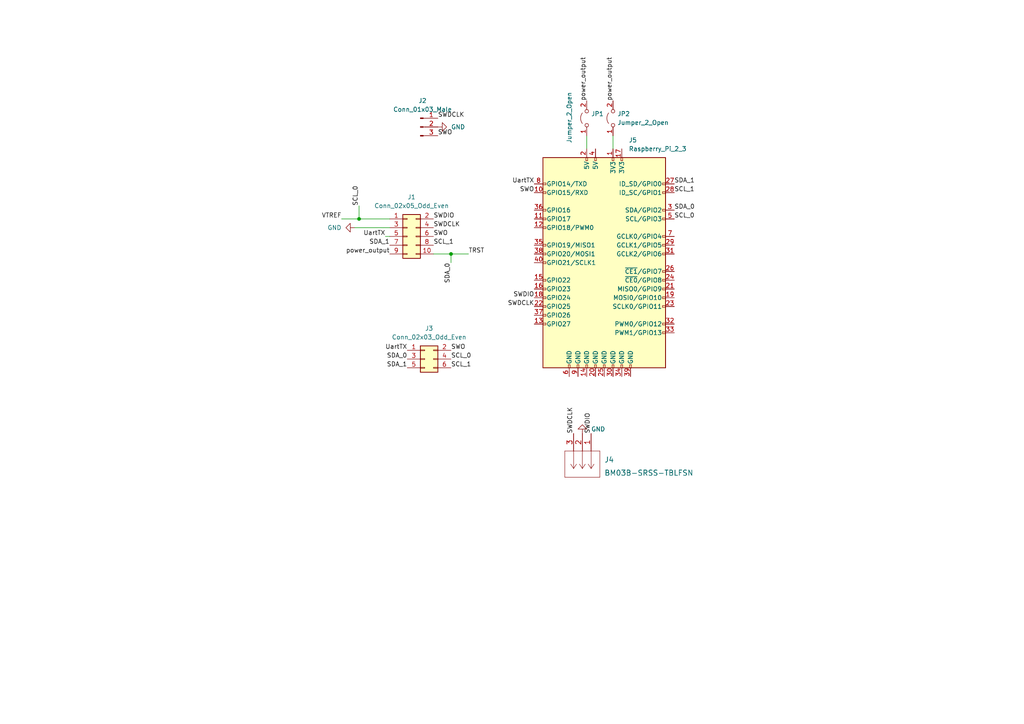
<source format=kicad_sch>
(kicad_sch (version 20211123) (generator eeschema)
  (paper "A4")
  (lib_symbols
    (symbol "Connector:Conn_01x03_Male" (pin_names (offset 1.016) hide)
      (property "Reference" "J" (at 0 5.08 0))
      (property "Value" "Conn_01x03_Male" (at 0 -5.08 0))
      (symbol "Conn_01x03_Male_1_1"
        (polyline (pts (xy 1.27 -2.54) (xy 0.8636 -2.54)) (stroke (width 0.1524)))
        (polyline (pts (xy 1.27 0) (xy 0.8636 0)) (stroke (width 0.1524)))
        (polyline (pts (xy 1.27 2.54) (xy 0.8636 2.54)) (stroke (width 0.1524)))
        (rectangle (start 0.8636 -2.413) (end 0 -2.667) (stroke (width 0.1524)) (fill (type outline)))
        (rectangle (start 0.8636 0.127) (end 0 -0.127) (stroke (width 0.1524)) (fill (type outline)))
        (rectangle (start 0.8636 2.667) (end 0 2.413) (stroke (width 0.1524)) (fill (type outline)))
        (pin passive line (at 5.08 2.54 180) (length 3.81) (name "Pin_1") (number "1"))
        (pin passive line (at 5.08 0 180) (length 3.81) (name "Pin_2") (number "2"))
        (pin passive line (at 5.08 -2.54 180) (length 3.81) (name "Pin_3") (number "3"))
      )
    )
    (symbol "Connector:Raspberry_Pi_2_3" (pin_names (offset 1.016))
      (property "Reference" "J" (at -17.78 31.75 0))
      (property "Value" "Raspberry_Pi_2_3" (at 10.16 -31.75 0))
      (symbol "Raspberry_Pi_2_3_0_1"
        (rectangle (start -17.78 30.48) (end 17.78 -30.48) (stroke (width 0.254)) (fill (type background)))
      )
      (symbol "Raspberry_Pi_2_3_1_1"
        (rectangle (start -16.891 -17.526) (end -17.78 -18.034))
        (rectangle (start -16.891 -14.986) (end -17.78 -15.494))
        (rectangle (start -16.891 -12.446) (end -17.78 -12.954))
        (rectangle (start -16.891 -9.906) (end -17.78 -10.414))
        (rectangle (start -16.891 -7.366) (end -17.78 -7.874))
        (rectangle (start -16.891 -4.826) (end -17.78 -5.334))
        (rectangle (start -16.891 0.254) (end -17.78 -0.254))
        (rectangle (start -16.891 2.794) (end -17.78 2.286))
        (rectangle (start -16.891 5.334) (end -17.78 4.826))
        (rectangle (start -16.891 10.414) (end -17.78 9.906))
        (rectangle (start -16.891 12.954) (end -17.78 12.446))
        (rectangle (start -16.891 15.494) (end -17.78 14.986))
        (rectangle (start -16.891 20.574) (end -17.78 20.066))
        (rectangle (start -16.891 23.114) (end -17.78 22.606))
        (rectangle (start -10.414 -29.591) (end -9.906 -30.48))
        (rectangle (start -7.874 -29.591) (end -7.366 -30.48))
        (rectangle (start -5.334 -29.591) (end -4.826 -30.48))
        (rectangle (start -5.334 30.48) (end -4.826 29.591))
        (rectangle (start -2.794 -29.591) (end -2.286 -30.48))
        (rectangle (start -2.794 30.48) (end -2.286 29.591))
        (rectangle (start -0.254 -29.591) (end 0.254 -30.48))
        (rectangle (start 2.286 -29.591) (end 2.794 -30.48))
        (rectangle (start 2.286 30.48) (end 2.794 29.591))
        (rectangle (start 4.826 -29.591) (end 5.334 -30.48))
        (rectangle (start 4.826 30.48) (end 5.334 29.591))
        (rectangle (start 7.366 -29.591) (end 7.874 -30.48))
        (rectangle (start 17.78 -20.066) (end 16.891 -20.574))
        (rectangle (start 17.78 -17.526) (end 16.891 -18.034))
        (rectangle (start 17.78 -12.446) (end 16.891 -12.954))
        (rectangle (start 17.78 -9.906) (end 16.891 -10.414))
        (rectangle (start 17.78 -7.366) (end 16.891 -7.874))
        (rectangle (start 17.78 -4.826) (end 16.891 -5.334))
        (rectangle (start 17.78 -2.286) (end 16.891 -2.794))
        (rectangle (start 17.78 2.794) (end 16.891 2.286))
        (rectangle (start 17.78 5.334) (end 16.891 4.826))
        (rectangle (start 17.78 7.874) (end 16.891 7.366))
        (rectangle (start 17.78 12.954) (end 16.891 12.446))
        (rectangle (start 17.78 15.494) (end 16.891 14.986))
        (rectangle (start 17.78 20.574) (end 16.891 20.066))
        (rectangle (start 17.78 23.114) (end 16.891 22.606))
        (pin power_in line (at 2.54 33.02 270) (length 2.54) (name "3V3") (number "1"))
        (pin bidirectional line (at -20.32 20.32 0) (length 2.54) (name "GPIO15/RXD") (number "10"))
        (pin bidirectional line (at -20.32 12.7 0) (length 2.54) (name "GPIO17") (number "11"))
        (pin bidirectional line (at -20.32 10.16 0) (length 2.54) (name "GPIO18/PWM0") (number "12"))
        (pin bidirectional line (at -20.32 -17.78 0) (length 2.54) (name "GPIO27") (number "13"))
        (pin power_in line (at -5.08 -33.02 90) (length 2.54) (name "GND") (number "14"))
        (pin bidirectional line (at -20.32 -5.08 0) (length 2.54) (name "GPIO22") (number "15"))
        (pin bidirectional line (at -20.32 -7.62 0) (length 2.54) (name "GPIO23") (number "16"))
        (pin power_in line (at 5.08 33.02 270) (length 2.54) (name "3V3") (number "17"))
        (pin bidirectional line (at -20.32 -10.16 0) (length 2.54) (name "GPIO24") (number "18"))
        (pin bidirectional line (at 20.32 -10.16 180) (length 2.54) (name "MOSI0/GPIO10") (number "19"))
        (pin power_in line (at -5.08 33.02 270) (length 2.54) (name "5V") (number "2"))
        (pin power_in line (at -2.54 -33.02 90) (length 2.54) (name "GND") (number "20"))
        (pin bidirectional line (at 20.32 -7.62 180) (length 2.54) (name "MISO0/GPIO9") (number "21"))
        (pin bidirectional line (at -20.32 -12.7 0) (length 2.54) (name "GPIO25") (number "22"))
        (pin bidirectional line (at 20.32 -12.7 180) (length 2.54) (name "SCLK0/GPIO11") (number "23"))
        (pin bidirectional line (at 20.32 -5.08 180) (length 2.54) (name "~{CE0}/GPIO8") (number "24"))
        (pin power_in line (at 0 -33.02 90) (length 2.54) (name "GND") (number "25"))
        (pin bidirectional line (at 20.32 -2.54 180) (length 2.54) (name "~{CE1}/GPIO7") (number "26"))
        (pin bidirectional line (at 20.32 22.86 180) (length 2.54) (name "ID_SD/GPIO0") (number "27"))
        (pin bidirectional line (at 20.32 20.32 180) (length 2.54) (name "ID_SC/GPIO1") (number "28"))
        (pin bidirectional line (at 20.32 5.08 180) (length 2.54) (name "GCLK1/GPIO5") (number "29"))
        (pin bidirectional line (at 20.32 15.24 180) (length 2.54) (name "SDA/GPIO2") (number "3"))
        (pin power_in line (at 2.54 -33.02 90) (length 2.54) (name "GND") (number "30"))
        (pin bidirectional line (at 20.32 2.54 180) (length 2.54) (name "GCLK2/GPIO6") (number "31"))
        (pin bidirectional line (at 20.32 -17.78 180) (length 2.54) (name "PWM0/GPIO12") (number "32"))
        (pin bidirectional line (at 20.32 -20.32 180) (length 2.54) (name "PWM1/GPIO13") (number "33"))
        (pin power_in line (at 5.08 -33.02 90) (length 2.54) (name "GND") (number "34"))
        (pin bidirectional line (at -20.32 5.08 0) (length 2.54) (name "GPIO19/MISO1") (number "35"))
        (pin bidirectional line (at -20.32 15.24 0) (length 2.54) (name "GPIO16") (number "36"))
        (pin bidirectional line (at -20.32 -15.24 0) (length 2.54) (name "GPIO26") (number "37"))
        (pin bidirectional line (at -20.32 2.54 0) (length 2.54) (name "GPIO20/MOSI1") (number "38"))
        (pin power_in line (at 7.62 -33.02 90) (length 2.54) (name "GND") (number "39"))
        (pin power_in line (at -2.54 33.02 270) (length 2.54) (name "5V") (number "4"))
        (pin bidirectional line (at -20.32 0 0) (length 2.54) (name "GPIO21/SCLK1") (number "40"))
        (pin bidirectional line (at 20.32 12.7 180) (length 2.54) (name "SCL/GPIO3") (number "5"))
        (pin power_in line (at -10.16 -33.02 90) (length 2.54) (name "GND") (number "6"))
        (pin bidirectional line (at 20.32 7.62 180) (length 2.54) (name "GCLK0/GPIO4") (number "7"))
        (pin bidirectional line (at -20.32 22.86 0) (length 2.54) (name "GPIO14/TXD") (number "8"))
        (pin power_in line (at -7.62 -33.02 90) (length 2.54) (name "GND") (number "9"))
      )
    )
    (symbol "Connector_Generic:Conn_02x03_Odd_Even" (pin_names (offset 1.016) hide)
      (property "Reference" "J" (at 1.27 5.08 0))
      (property "Value" "Conn_02x03_Odd_Even" (at 1.27 -5.08 0))
      (symbol "Conn_02x03_Odd_Even_1_1"
        (rectangle (start -1.27 -2.413) (end 0 -2.667) (stroke (width 0.1524)))
        (rectangle (start -1.27 0.127) (end 0 -0.127) (stroke (width 0.1524)))
        (rectangle (start -1.27 2.667) (end 0 2.413) (stroke (width 0.1524)))
        (rectangle (start -1.27 3.81) (end 3.81 -3.81) (stroke (width 0.254)) (fill (type background)))
        (rectangle (start 3.81 -2.413) (end 2.54 -2.667) (stroke (width 0.1524)))
        (rectangle (start 3.81 0.127) (end 2.54 -0.127) (stroke (width 0.1524)))
        (rectangle (start 3.81 2.667) (end 2.54 2.413) (stroke (width 0.1524)))
        (pin passive line (at -5.08 2.54 0) (length 3.81) (name "Pin_1") (number "1"))
        (pin passive line (at 7.62 2.54 180) (length 3.81) (name "Pin_2") (number "2"))
        (pin passive line (at -5.08 0 0) (length 3.81) (name "Pin_3") (number "3"))
        (pin passive line (at 7.62 0 180) (length 3.81) (name "Pin_4") (number "4"))
        (pin passive line (at -5.08 -2.54 0) (length 3.81) (name "Pin_5") (number "5"))
        (pin passive line (at 7.62 -2.54 180) (length 3.81) (name "Pin_6") (number "6"))
      )
    )
    (symbol "Connector_Generic:Conn_02x05_Odd_Even" (pin_names (offset 1.016) hide)
      (property "Reference" "J" (at 1.27 7.62 0))
      (property "Value" "Conn_02x05_Odd_Even" (at 1.27 -7.62 0))
      (symbol "Conn_02x05_Odd_Even_1_1"
        (rectangle (start -1.27 -4.953) (end 0 -5.207) (stroke (width 0.1524)))
        (rectangle (start -1.27 -2.413) (end 0 -2.667) (stroke (width 0.1524)))
        (rectangle (start -1.27 0.127) (end 0 -0.127) (stroke (width 0.1524)))
        (rectangle (start -1.27 2.667) (end 0 2.413) (stroke (width 0.1524)))
        (rectangle (start -1.27 5.207) (end 0 4.953) (stroke (width 0.1524)))
        (rectangle (start -1.27 6.35) (end 3.81 -6.35) (stroke (width 0.254)) (fill (type background)))
        (rectangle (start 3.81 -4.953) (end 2.54 -5.207) (stroke (width 0.1524)))
        (rectangle (start 3.81 -2.413) (end 2.54 -2.667) (stroke (width 0.1524)))
        (rectangle (start 3.81 0.127) (end 2.54 -0.127) (stroke (width 0.1524)))
        (rectangle (start 3.81 2.667) (end 2.54 2.413) (stroke (width 0.1524)))
        (rectangle (start 3.81 5.207) (end 2.54 4.953) (stroke (width 0.1524)))
        (pin passive line (at -5.08 5.08 0) (length 3.81) (name "Pin_1") (number "1"))
        (pin passive line (at 7.62 -5.08 180) (length 3.81) (name "Pin_10") (number "10"))
        (pin passive line (at 7.62 5.08 180) (length 3.81) (name "Pin_2") (number "2"))
        (pin passive line (at -5.08 2.54 0) (length 3.81) (name "Pin_3") (number "3"))
        (pin passive line (at 7.62 2.54 180) (length 3.81) (name "Pin_4") (number "4"))
        (pin passive line (at -5.08 0 0) (length 3.81) (name "Pin_5") (number "5"))
        (pin passive line (at 7.62 0 180) (length 3.81) (name "Pin_6") (number "6"))
        (pin passive line (at -5.08 -2.54 0) (length 3.81) (name "Pin_7") (number "7"))
        (pin passive line (at 7.62 -2.54 180) (length 3.81) (name "Pin_8") (number "8"))
        (pin passive line (at -5.08 -5.08 0) (length 3.81) (name "Pin_9") (number "9"))
      )
    )
    (symbol "Jumper:Jumper_2_Open" (pin_names (offset 0) hide)
      (property "Reference" "JP" (at 0 2.794 0))
      (property "Value" "Jumper_2_Open" (at 0 -2.286 0))
      (symbol "Jumper_2_Open_0_0"
        (circle (center -2.032 0) (radius 0.508))
        (circle (center 2.032 0) (radius 0.508))
      )
      (symbol "Jumper_2_Open_0_1"
        (arc (start 1.524 1.27) (mid 0 1.778) (end -1.524 1.27))
      )
      (symbol "Jumper_2_Open_1_1"
        (pin passive line (at -5.08 0 0) (length 2.54) (name "A") (number "1"))
        (pin passive line (at 5.08 0 180) (length 2.54) (name "B") (number "2"))
      )
    )
    (symbol "jst:BM03B-SRSS-TBLFSN" (pin_names (offset 0.254) hide)
      (property "Reference" "J" (at 8.89 6.35 0))
      (property "Value" "BM03B-SRSS-TBLFSN" (at 10.16 -2.54 0))
      (symbol "BM03B-SRSS-TBLFSN_1_1"
        (polyline (pts (xy 5.08 -7.62) (xy 12.7 -7.62)) (stroke (width 0.127)))
        (polyline (pts (xy 5.08 2.54) (xy 5.08 -7.62)) (stroke (width 0.127)))
        (polyline (pts (xy 10.16 -5.08) (xy 5.08 -5.08)) (stroke (width 0.127)))
        (polyline (pts (xy 10.16 -5.08) (xy 8.89 -5.9182)) (stroke (width 0.127)))
        (polyline (pts (xy 10.16 -5.08) (xy 8.89 -4.2418)) (stroke (width 0.127)))
        (polyline (pts (xy 10.16 -2.54) (xy 5.08 -2.54)) (stroke (width 0.127)))
        (polyline (pts (xy 10.16 -2.54) (xy 8.89 -3.3782)) (stroke (width 0.127)))
        (polyline (pts (xy 10.16 -2.54) (xy 8.89 -1.7018)) (stroke (width 0.127)))
        (polyline (pts (xy 10.16 0) (xy 5.08 0)) (stroke (width 0.127)))
        (polyline (pts (xy 10.16 0) (xy 8.89 -0.8382)) (stroke (width 0.127)))
        (polyline (pts (xy 10.16 0) (xy 8.89 0.8382)) (stroke (width 0.127)))
        (polyline (pts (xy 12.7 -7.62) (xy 12.7 2.54)) (stroke (width 0.127)))
        (polyline (pts (xy 12.7 2.54) (xy 5.08 2.54)) (stroke (width 0.127)))
        (pin unspecified line (at 0 0 0) (length 5.08) (name "1") (number "1"))
        (pin unspecified line (at 0 -2.54 0) (length 5.08) (name "2") (number "2"))
        (pin unspecified line (at 0 -5.08 0) (length 5.08) (name "3") (number "3"))
      )
    )
    (symbol "power:GND" (power) (pin_names (offset 0))
      (property "Value" "GND" (at 0 -3.81 0))
      (symbol "GND_0_1"
        (polyline (pts (xy 0 0) (xy 0 -1.27) (xy 1.27 -1.27) (xy 0 -2.54) (xy -1.27 -1.27) (xy 0 -1.27)))
      )
      (symbol "GND_1_1"
        (pin power_in line (at 0 0 270) (length 0) hide (name "GND") (number "1"))
      )
    )
  )
  (junction (at 130.81 73.66))
  (junction (at 104.14 63.5))
  (wire (pts (xy 104.14 63.5) (xy 113.03 63.5)))
  (wire (pts (xy 177.8 39.37) (xy 177.8 43.18)))
  (wire (pts (xy 102.87 66.04) (xy 113.03 66.04)))
  (wire (pts (xy 99.06 63.5) (xy 104.14 63.5)))
  (wire (pts (xy 130.81 73.66) (xy 125.73 73.66)))
  (wire (pts (xy 111.76 68.58) (xy 113.03 68.58)))
  (wire (pts (xy 104.14 59.69) (xy 104.14 63.5)))
  (wire (pts (xy 130.81 73.66) (xy 130.81 76.2)))
  (wire (pts (xy 170.18 39.37) (xy 170.18 43.18)))
  (wire (pts (xy 135.89 73.66) (xy 130.81 73.66)))
  (label "SWDCLK" (at 127 34.29 0))
  (label "SWDCLK" (at 154.94 88.9 180))
  (label "power_output" (at 177.8 29.21 90))
  (label "power_output" (at 113.03 73.66 180))
  (label "SCL_0" (at 104.14 59.69 90))
  (label "SWDCLK" (at 125.73 66.04 0))
  (label "UartTX" (at 118.11 101.6 180))
  (label "SCL_1" (at 195.58 55.88 0))
  (label "SDA_0" (at 195.58 60.96 0))
  (label "SDA_0" (at 118.11 104.14 180))
  (label "SWDIO" (at 154.94 86.36 180))
  (label "SWDCLK" (at 166.37 125.73 90))
  (label "SCL_1" (at 125.73 71.12 0))
  (label "SDA_1" (at 118.11 106.68 180))
  (label "power_output" (at 170.18 29.21 90))
  (label "TRST" (at 135.89 73.66 0))
  (label "SCL_0" (at 130.81 104.14 0))
  (label "SDA_1" (at 113.03 71.12 180))
  (label "SCL_1" (at 130.81 106.68 0))
  (label "SDA_1" (at 195.58 53.34 0))
  (label "SWDIO" (at 125.73 63.5 0))
  (label "SWO" (at 127 39.37 0))
  (label "UartTX" (at 154.94 53.34 180))
  (label "SCL_0" (at 195.58 63.5 0))
  (label "UartTX" (at 111.76 68.58 180))
  (label "SWO" (at 125.73 68.58 0))
  (label "SWO" (at 154.94 55.88 180))
  (label "VTREF" (at 99.06 63.5 180))
  (label "SWDIO" (at 171.45 125.73 90))
  (label "SDA_0" (at 130.81 76.2 270))
  (label "SWO" (at 130.81 101.6 0))
  (symbol (lib_id "Jumper:Jumper_2_Open") (at 170.18 34.29 90) (unit 1)
    (property "Reference" "JP1" (at 171.45 33.0199 90) (effects (justify right)))
    (property "Value" "Jumper_2_Open" (at 165.1 26.67 0) (effects (justify right)))
    (property "Footprint" "Connector_PinHeader_2.54mm:PinHeader_1x02_P2.54mm_Vertical" (effects hide))
  )
  (symbol (lib_id "Connector:Raspberry_Pi_2_3") (at 175.26 76.2 0) (unit 1)
    (property "Reference" "J5" (at 182.3594 40.64 0) (effects (justify left)))
    (property "Value" "Raspberry_Pi_2_3" (at 182.3594 43.18 0) (effects (justify left)))
    (property "Footprint" "Connector_PinHeader_2.54mm:PinHeader_2x20_P2.54mm_Vertical" (effects hide))
    (property "Datasheet" "https://www.raspberrypi.org/documentation/hardware/raspberrypi/schematics/rpi_SCH_3bplus_1p0_reduced.pdf" (effects hide))
  )
  (symbol (lib_id "power:GND") (at 127 36.83 90) (unit 1)
    (property "Reference" "#PWR?" (effects hide))
    (property "Value" "GND" (at 130.81 36.8299 90) (effects (justify right)))
  )
  (symbol (lib_id "Jumper:Jumper_2_Open") (at 177.8 34.29 90) (unit 1)
    (property "Reference" "JP2" (at 179.07 33.0199 90) (effects (justify right)))
    (property "Value" "Jumper_2_Open" (at 179.07 35.5599 90) (effects (justify right)))
    (property "Footprint" "Connector_PinHeader_2.54mm:PinHeader_1x02_P2.54mm_Vertical" (effects hide))
  )
  (symbol (lib_id "Connector:Conn_01x03_Male") (at 121.92 36.83 0) (unit 1)
    (property "Reference" "J2" (at 122.555 29.21 0))
    (property "Value" "Conn_01x03_Male" (at 122.555 31.75 0))
    (property "Footprint" "Connector_PinHeader_2.54mm:PinHeader_1x03_P2.54mm_Horizontal" (effects hide))
  )
  (symbol (lib_id "power:GND") (at 168.91 125.73 180) (unit 1)
    (property "Reference" "#PWR0103" (effects hide))
    (property "Value" "GND" (at 171.45 124.4599 0) (effects (justify right)))
  )
  (symbol (lib_id "Connector_Generic:Conn_02x05_Odd_Even") (at 118.11 68.58 0) (unit 1)
    (property "Reference" "J1" (at 119.38 57.15 0))
    (property "Value" "Conn_02x05_Odd_Even" (at 119.38 59.69 0))
    (property "Footprint" "LocalFootprints:3220-10-0300-00-TR" (effects hide))
  )
  (symbol (lib_id "Connector_Generic:Conn_02x03_Odd_Even") (at 123.19 104.14 0) (unit 1)
    (property "Reference" "J3" (at 124.46 95.25 0))
    (property "Value" "Conn_02x03_Odd_Even" (at 124.46 97.79 0))
    (property "Footprint" "Connector_PinSocket_2.54mm:PinSocket_2x03_P2.54mm_Vertical" (effects hide))
  )
  (symbol (lib_id "jst:BM03B-SRSS-TBLFSN") (at 171.45 125.73 270) (unit 1)
    (property "Reference" "J4" (at 175.26 133.35 90) (effects (font (size 1.524 1.524)) (justify left)))
    (property "Value" "BM03B-SRSS-TBLFSN" (at 175.26 137.16 90) (effects (font (size 1.524 1.524)) (justify left)))
    (property "Footprint" "JST:BM03B-SRSS-TBLFSN" (effects hide))
  )
  (symbol (lib_id "power:GND") (at 102.87 66.04 270) (unit 1)
    (property "Reference" "#PWR0102" (effects hide))
    (property "Value" "GND" (at 99.06 66.0399 90) (effects (justify right)))
  )
)
</source>
